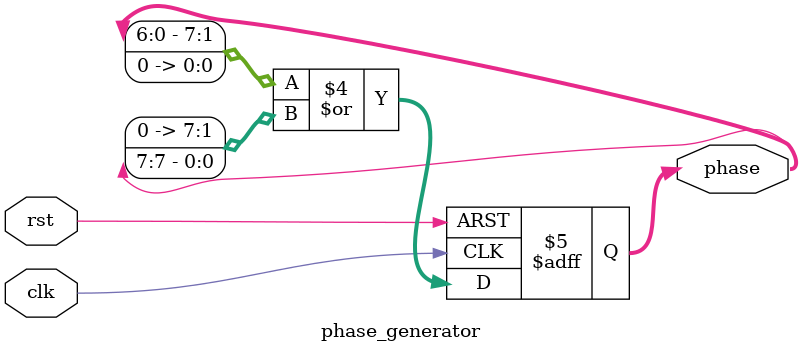
<source format=v>
/* 
    Generates 8 discrete clock phases, with which we align the clock to the data edge 
    and becuase we are over sampling, the other clock edges sample the eye (ideally at the center).
*/
module phase_generator (input clk,
                        input rst,
                        output reg [7:0] phase);

always @(posedge clk or posedge rst)
    if (rst)
        phase <= 8'b00000001;            
    else
        phase <= (phase << 1) | (phase >> 7); // Circular shift
endmodule
</source>
